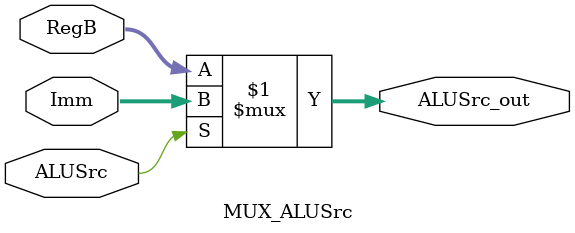
<source format=sv>
module MUX_ALUSrc(
input logic ALUSrc, 
input logic [31:0] RegB, 
input logic [31:0] Imm,
output logic [31:0] ALUSrc_out
); 

assign ALUSrc_out = ALUSrc ? Imm : RegB; 

endmodule

</source>
